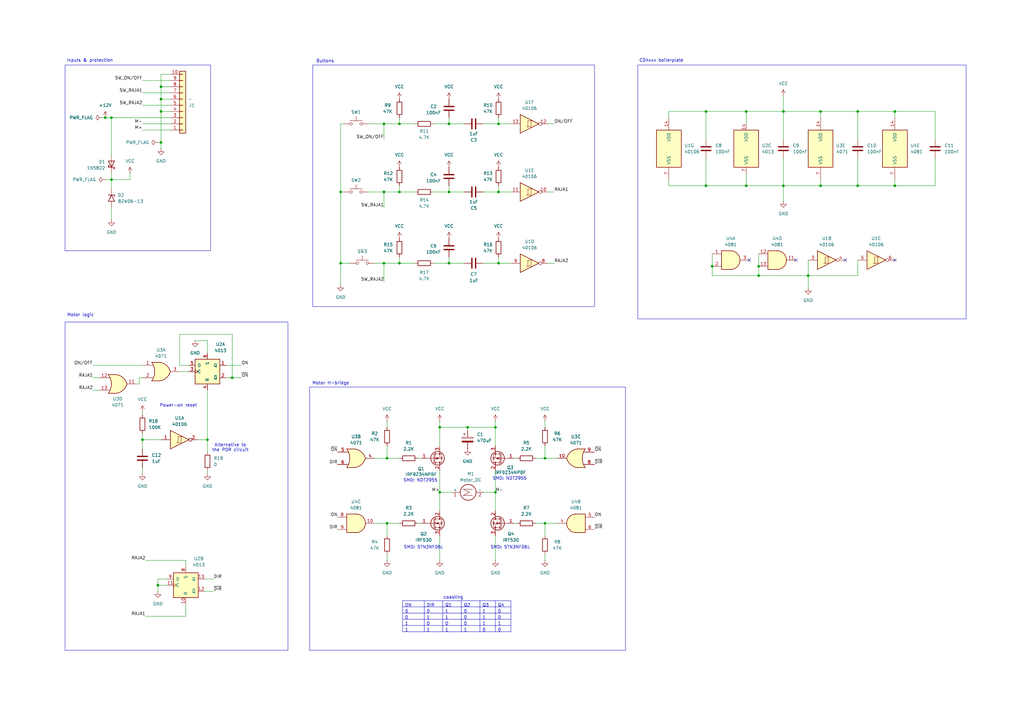
<source format=kicad_sch>
(kicad_sch (version 20250114) (generator "eeschema") (generator_version "9.0")
  (paper "A3")
  (title_block (title "Hirvi") (rev "v1") (comment 1 "Ostoskori 3: https://www.triopak.fi/k/7ec353aa") (comment 2 "Ostoskori 2: https://www.triopak.fi/k/7bb8fa3c") (comment 3 "Ostoskori 1: https://www.triopak.fi/k/126d39cf"))
  (rectangle (start 26.67 26.67) (end 86.36 102.87))
  (rectangle (start 127 158.75) (end 256.54 266.7))
  (rectangle (start 128.27 26.67) (end 243.84 125.73))
  (rectangle (start 261.62 26.67) (end 396.24 130.81))
  (rectangle (start 26.67 132.08) (end 118.11 266.7))
  (text "Motor H-bridge" (at 135.636 157.226 0) (effects (font (size 1.27 1.27))))
  (text "SMD: NDT2955" (at 172.466 197.104 0) (effects (font (size 1.27 1.27))))
  (text "SMD: NDT2955" (at 209.042 196.342 0) (effects (font (size 1.27 1.27))))
  (text "Buttons" (at 133.35 25.146 0) (effects (font (size 1.27 1.27))))
  (text "CD4xxx boilerplate" (at 271.272 24.892 0) (effects (font (size 1.27 1.27))))
  (text "Power-on reset" (at 73.152 166.37 0) (effects (font (size 1.27 1.27))))
  (text "coasting" (at 185.928 245.11 0) (effects (font (size 1.27 1.27))))
  (text "Inputs & protection" (at 36.83 24.892 0) (effects (font (size 1.27 1.27))))
  (text "SMD: STN3NF06L" (at 209.296 224.536 0) (effects (font (size 1.27 1.27))))
  (text "Alternative to\nthe POR circuit" (at 94.488 183.642 0) (effects (font (size 1.27 1.27))))
  (text "SMD: STN3NF06L" (at 173.736 224.536 0) (effects (font (size 1.27 1.27))))
  (text "Motor logic" (at 33.02 129.286 0) (effects (font (size 1.27 1.27))))
  (junction (at 163.83 50.8))
  (junction (at 66.04 40.64))
  (junction (at 64.77 240.03))
  (junction (at 203.2 201.93))
  (junction (at 43.18 48.26))
  (junction (at 367.03 76.2))
  (junction (at 321.31 45.72))
  (junction (at 66.04 45.72))
  (junction (at 158.75 187.96))
  (junction (at 292.1 109.22))
  (junction (at 367.03 45.72))
  (junction (at 311.15 113.03))
  (junction (at 66.04 35.56))
  (junction (at 336.55 45.72))
  (junction (at 184.15 50.8))
  (junction (at 204.47 107.95))
  (junction (at 158.75 214.63))
  (junction (at 191.77 175.26))
  (junction (at 289.56 45.72))
  (junction (at 58.42 180.34))
  (junction (at 163.83 78.74))
  (junction (at 184.15 78.74))
  (junction (at 204.47 78.74))
  (junction (at 139.7 107.95))
  (junction (at 95.25 154.94))
  (junction (at 223.52 187.96))
  (junction (at 184.15 107.95))
  (junction (at 139.7 78.74))
  (junction (at 336.55 76.2))
  (junction (at 85.09 180.34))
  (junction (at 223.52 214.63))
  (junction (at 306.07 76.2))
  (junction (at 331.47 113.03))
  (junction (at 45.72 48.26))
  (junction (at 203.2 175.26))
  (junction (at 321.31 76.2))
  (junction (at 180.34 201.93))
  (junction (at 180.34 175.26))
  (junction (at 66.04 58.42))
  (junction (at 204.47 50.8))
  (junction (at 157.48 107.95))
  (junction (at 351.79 45.72))
  (junction (at 311.15 109.22))
  (junction (at 163.83 107.95))
  (junction (at 157.48 78.74))
  (junction (at 306.07 45.72))
  (junction (at 45.72 73.66))
  (junction (at 289.56 76.2))
  (junction (at 157.48 50.8))
  (junction (at 351.79 76.2))
  (no_connect (at 307.34 106.68))
  (no_connect (at 367.03 106.68))
  (no_connect (at 346.71 106.68))
  (no_connect (at 326.39 106.68))
  (wire (pts (xy 383.54 57.15) (xy 383.54 45.72)))
  (wire (pts (xy 383.54 76.2) (xy 383.54 64.77)))
  (wire (pts (xy 163.83 107.95) (xy 170.18 107.95)))
  (wire (pts (xy 204.47 48.26) (xy 204.47 50.8)))
  (wire (pts (xy 204.47 105.41) (xy 204.47 107.95)))
  (wire (pts (xy 157.48 85.09) (xy 157.48 78.74)))
  (wire (pts (xy 321.31 76.2) (xy 321.31 82.55)))
  (wire (pts (xy 143.51 107.95) (xy 139.7 107.95)))
  (wire (pts (xy 203.2 193.04) (xy 203.2 201.93)))
  (wire (pts (xy 64.77 240.03) (xy 64.77 237.49)))
  (wire (pts (xy 158.75 172.72) (xy 158.75 175.26)))
  (wire (pts (xy 66.04 45.72) (xy 66.04 58.42)))
  (wire (pts (xy 219.71 214.63) (xy 223.52 214.63)))
  (wire (pts (xy 81.28 180.34) (xy 85.09 180.34)))
  (wire (pts (xy 289.56 57.15) (xy 289.56 45.72)))
  (wire (pts (xy 58.42 50.8) (xy 69.85 50.8)))
  (wire (pts (xy 331.47 113.03) (xy 311.15 113.03)))
  (wire (pts (xy 274.32 45.72) (xy 274.32 48.26)))
  (wire (pts (xy 311.15 104.14) (xy 311.15 109.22)))
  (wire (pts (xy 66.04 40.64) (xy 66.04 45.72)))
  (wire (pts (xy 157.48 50.8) (xy 163.83 50.8)))
  (wire (pts (xy 95.25 137.16) (xy 95.25 154.94)))
  (wire (pts (xy 58.42 33.02) (xy 69.85 33.02)))
  (wire (pts (xy 95.25 154.94) (xy 92.71 154.94)))
  (wire (pts (xy 83.82 237.49) (xy 87.63 237.49)))
  (wire (pts (xy 321.31 39.37) (xy 321.31 45.72)))
  (wire (pts (xy 306.07 76.2) (xy 321.31 76.2)))
  (wire (pts (xy 58.42 53.34) (xy 69.85 53.34)))
  (wire (pts (xy 163.83 50.8) (xy 170.18 50.8)))
  (wire (pts (xy 336.55 76.2) (xy 351.79 76.2)))
  (wire (pts (xy 219.71 187.96) (xy 223.52 187.96)))
  (wire (pts (xy 163.83 48.26) (xy 163.83 50.8)))
  (wire (pts (xy 95.25 154.94) (xy 99.06 154.94)))
  (wire (pts (xy 66.04 30.48) (xy 66.04 35.56)))
  (wire (pts (xy 223.52 214.63) (xy 228.6 214.63)))
  (wire (pts (xy 198.12 78.74) (xy 204.47 78.74)))
  (wire (pts (xy 66.04 35.56) (xy 69.85 35.56)))
  (wire (pts (xy 57.15 157.48) (xy 57.15 154.94)))
  (wire (pts (xy 43.18 73.66) (xy 45.72 73.66)))
  (wire (pts (xy 171.45 214.63) (xy 172.72 214.63)))
  (wire (pts (xy 38.1 160.02) (xy 40.64 160.02)))
  (wire (pts (xy 184.15 48.26) (xy 184.15 50.8)))
  (wire (pts (xy 64.77 58.42) (xy 66.04 58.42)))
  (wire (pts (xy 184.15 105.41) (xy 184.15 107.95)))
  (wire (pts (xy 351.79 113.03) (xy 351.79 106.68)))
  (wire (pts (xy 73.66 149.86) (xy 77.47 149.86)))
  (wire (pts (xy 198.12 50.8) (xy 204.47 50.8)))
  (wire (pts (xy 163.83 78.74) (xy 170.18 78.74)))
  (wire (pts (xy 158.75 182.88) (xy 158.75 187.96)))
  (wire (pts (xy 85.09 193.04) (xy 85.09 194.31)))
  (wire (pts (xy 180.34 175.26) (xy 180.34 182.88)))
  (wire (pts (xy 204.47 76.2) (xy 204.47 78.74)))
  (wire (pts (xy 223.52 214.63) (xy 223.52 219.71)))
  (wire (pts (xy 336.55 76.2) (xy 336.55 73.66)))
  (wire (pts (xy 66.04 30.48) (xy 69.85 30.48)))
  (wire (pts (xy 38.1 149.86) (xy 58.42 149.86)))
  (wire (pts (xy 55.88 157.48) (xy 57.15 157.48)))
  (wire (pts (xy 184.15 78.74) (xy 190.5 78.74)))
  (wire (pts (xy 289.56 76.2) (xy 306.07 76.2)))
  (wire (pts (xy 76.2 229.87) (xy 76.2 232.41)))
  (wire (pts (xy 158.75 214.63) (xy 163.83 214.63)))
  (wire (pts (xy 184.15 50.8) (xy 190.5 50.8)))
  (wire (pts (xy 38.1 154.94) (xy 40.64 154.94)))
  (wire (pts (xy 57.15 154.94) (xy 58.42 154.94)))
  (wire (pts (xy 191.77 175.26) (xy 203.2 175.26)))
  (wire (pts (xy 158.75 214.63) (xy 158.75 219.71)))
  (wire (pts (xy 351.79 64.77) (xy 351.79 76.2)))
  (wire (pts (xy 153.67 214.63) (xy 158.75 214.63)))
  (wire (pts (xy 45.72 73.66) (xy 45.72 71.12)))
  (wire (pts (xy 66.04 58.42) (xy 66.04 60.96)))
  (wire (pts (xy 212.09 214.63) (xy 210.82 214.63)))
  (wire (pts (xy 289.56 64.77) (xy 289.56 76.2)))
  (wire (pts (xy 58.42 177.8) (xy 58.42 180.34)))
  (wire (pts (xy 85.09 180.34) (xy 85.09 185.42)))
  (wire (pts (xy 139.7 50.8) (xy 139.7 78.74)))
  (wire (pts (xy 140.97 50.8) (xy 139.7 50.8)))
  (wire (pts (xy 210.82 187.96) (xy 212.09 187.96)))
  (wire (pts (xy 184.15 76.2) (xy 184.15 78.74)))
  (wire (pts (xy 45.72 48.26) (xy 45.72 63.5)))
  (wire (pts (xy 223.52 187.96) (xy 228.6 187.96)))
  (wire (pts (xy 180.34 201.93) (xy 185.42 201.93)))
  (wire (pts (xy 180.34 219.71) (xy 180.34 229.87)))
  (wire (pts (xy 180.34 175.26) (xy 191.77 175.26)))
  (wire (pts (xy 177.8 78.74) (xy 184.15 78.74)))
  (wire (pts (xy 331.47 113.03) (xy 331.47 118.11)))
  (wire (pts (xy 203.2 201.93) (xy 203.2 209.55)))
  (wire (pts (xy 45.72 48.26) (xy 69.85 48.26)))
  (wire (pts (xy 203.2 175.26) (xy 203.2 182.88)))
  (wire (pts (xy 292.1 109.22) (xy 292.1 113.03)))
  (wire (pts (xy 157.48 115.57) (xy 157.48 107.95)))
  (wire (pts (xy 53.34 73.66) (xy 45.72 73.66)))
  (wire (pts (xy 59.69 229.87) (xy 76.2 229.87)))
  (wire (pts (xy 58.42 43.18) (xy 69.85 43.18)))
  (wire (pts (xy 203.2 172.72) (xy 203.2 175.26)))
  (wire (pts (xy 59.69 252.73) (xy 76.2 252.73)))
  (wire (pts (xy 203.2 201.93) (xy 198.12 201.93)))
  (wire (pts (xy 83.82 242.57) (xy 87.63 242.57)))
  (wire (pts (xy 58.42 180.34) (xy 66.04 180.34)))
  (wire (pts (xy 184.15 107.95) (xy 190.5 107.95)))
  (wire (pts (xy 367.03 45.72) (xy 383.54 45.72)))
  (wire (pts (xy 58.42 194.31) (xy 58.42 191.77)))
  (wire (pts (xy 157.48 78.74) (xy 163.83 78.74)))
  (wire (pts (xy 157.48 107.95) (xy 153.67 107.95)))
  (wire (pts (xy 53.34 73.66) (xy 53.34 71.12)))
  (wire (pts (xy 151.13 50.8) (xy 157.48 50.8)))
  (wire (pts (xy 321.31 45.72) (xy 321.31 57.15)))
  (wire (pts (xy 306.07 45.72) (xy 321.31 45.72)))
  (wire (pts (xy 227.33 107.95) (xy 224.79 107.95)))
  (wire (pts (xy 223.52 182.88) (xy 223.52 187.96)))
  (wire (pts (xy 311.15 109.22) (xy 311.15 113.03)))
  (wire (pts (xy 367.03 73.66) (xy 367.03 76.2)))
  (wire (pts (xy 66.04 40.64) (xy 69.85 40.64)))
  (wire (pts (xy 157.48 107.95) (xy 163.83 107.95)))
  (wire (pts (xy 321.31 76.2) (xy 336.55 76.2)))
  (wire (pts (xy 66.04 45.72) (xy 69.85 45.72)))
  (wire (pts (xy 139.7 116.84) (xy 139.7 107.95)))
  (wire (pts (xy 204.47 107.95) (xy 209.55 107.95)))
  (wire (pts (xy 139.7 107.95) (xy 139.7 78.74)))
  (wire (pts (xy 163.83 76.2) (xy 163.83 78.74)))
  (wire (pts (xy 58.42 180.34) (xy 58.42 184.15)))
  (wire (pts (xy 64.77 242.57) (xy 64.77 240.03)))
  (wire (pts (xy 203.2 219.71) (xy 203.2 229.87)))
  (wire (pts (xy 73.66 152.4) (xy 77.47 152.4)))
  (wire (pts (xy 41.91 48.26) (xy 43.18 48.26)))
  (wire (pts (xy 43.18 48.26) (xy 45.72 48.26)))
  (wire (pts (xy 180.34 201.93) (xy 180.34 209.55)))
  (wire (pts (xy 85.09 160.02) (xy 85.09 180.34)))
  (wire (pts (xy 163.83 105.41) (xy 163.83 107.95)))
  (wire (pts (xy 223.52 172.72) (xy 223.52 175.26)))
  (wire (pts (xy 92.71 149.86) (xy 99.06 149.86)))
  (wire (pts (xy 58.42 168.91) (xy 58.42 170.18)))
  (wire (pts (xy 177.8 50.8) (xy 184.15 50.8)))
  (wire (pts (xy 158.75 187.96) (xy 153.67 187.96)))
  (wire (pts (xy 64.77 237.49) (xy 68.58 237.49)))
  (wire (pts (xy 180.34 193.04) (xy 180.34 201.93)))
  (wire (pts (xy 45.72 73.66) (xy 45.72 77.47)))
  (wire (pts (xy 351.79 45.72) (xy 351.79 57.15)))
  (wire (pts (xy 64.77 240.03) (xy 68.58 240.03)))
  (wire (pts (xy 227.33 50.8) (xy 224.79 50.8)))
  (wire (pts (xy 367.03 76.2) (xy 383.54 76.2)))
  (wire (pts (xy 73.66 137.16) (xy 95.25 137.16)))
  (wire (pts (xy 204.47 78.74) (xy 209.55 78.74)))
  (wire (pts (xy 321.31 64.77) (xy 321.31 76.2)))
  (wire (pts (xy 306.07 45.72) (xy 306.07 50.8)))
  (wire (pts (xy 171.45 187.96) (xy 172.72 187.96)))
  (wire (pts (xy 336.55 45.72) (xy 351.79 45.72)))
  (wire (pts (xy 85.09 139.7) (xy 80.01 139.7)))
  (wire (pts (xy 73.66 149.86) (xy 73.66 137.16)))
  (wire (pts (xy 274.32 45.72) (xy 289.56 45.72)))
  (wire (pts (xy 331.47 106.68) (xy 331.47 113.03)))
  (wire (pts (xy 351.79 76.2) (xy 367.03 76.2)))
  (wire (pts (xy 140.97 78.74) (xy 139.7 78.74)))
  (wire (pts (xy 58.42 38.1) (xy 69.85 38.1)))
  (wire (pts (xy 306.07 71.12) (xy 306.07 76.2)))
  (wire (pts (xy 223.52 227.33) (xy 223.52 229.87)))
  (wire (pts (xy 85.09 139.7) (xy 85.09 144.78)))
  (wire (pts (xy 157.48 78.74) (xy 151.13 78.74)))
  (wire (pts (xy 198.12 107.95) (xy 204.47 107.95)))
  (wire (pts (xy 351.79 45.72) (xy 367.03 45.72)))
  (wire (pts (xy 180.34 172.72) (xy 180.34 175.26)))
  (wire (pts (xy 289.56 45.72) (xy 306.07 45.72)))
  (wire (pts (xy 66.04 35.56) (xy 66.04 40.64)))
  (wire (pts (xy 311.15 113.03) (xy 292.1 113.03)))
  (wire (pts (xy 204.47 50.8) (xy 209.55 50.8)))
  (wire (pts (xy 367.03 45.72) (xy 367.03 48.26)))
  (wire (pts (xy 177.8 107.95) (xy 184.15 107.95)))
  (wire (pts (xy 45.72 85.09) (xy 45.72 90.17)))
  (wire (pts (xy 292.1 104.14) (xy 292.1 109.22)))
  (wire (pts (xy 274.32 73.66) (xy 274.32 76.2)))
  (wire (pts (xy 76.2 252.73) (xy 76.2 247.65)))
  (wire (pts (xy 157.48 50.8) (xy 157.48 57.15)))
  (wire (pts (xy 336.55 45.72) (xy 336.55 48.26)))
  (wire (pts (xy 158.75 187.96) (xy 163.83 187.96)))
  (wire (pts (xy 331.47 113.03) (xy 351.79 113.03)))
  (wire (pts (xy 224.79 78.74) (xy 227.33 78.74)))
  (wire (pts (xy 191.77 176.53) (xy 191.77 175.26)))
  (wire (pts (xy 274.32 76.2) (xy 289.56 76.2)))
  (wire (pts (xy 321.31 45.72) (xy 336.55 45.72)))
  (wire (pts (xy 158.75 229.87) (xy 158.75 227.33)))
  (table (column_count 6) (border (external yes) (header yes)) (separators (rows yes) (cols yes)) (column_widths 8.89 7.62 7.62 7.62 6.35 6.35) (row_heights 2.54 2.54 2.54 2.54 2.54) (cells (table_cell "ON" (at 165.1 246.38 0) (size 8.89 2.54) (margins 0.9525 0.9525 0.9525 0.9525) (span 1 1)) (table_cell "DIR" (at 173.99 246.38 0) (size 7.62 2.54) (margins 0.9525 0.9525 0.9525 0.9525) (span 1 1)) (table_cell "Q1" (at 181.61 246.38 0) (size 7.62 2.54) (margins 0.9525 0.9525 0.9525 0.9525) (span 1 1)) (table_cell "Q2" (at 189.23 246.38 0) (size 7.62 2.54) (margins 0.9525 0.9525 0.9525 0.9525) (span 1 1)) (table_cell "Q3" (at 196.85 246.38 0) (size 6.35 2.54) (margins 0.9525 0.9525 0.9525 0.9525) (span 1 1)) (table_cell "Q4" (at 203.2 246.38 0) (size 6.35 2.54) (margins 0.9525 0.9525 0.9525 0.9525) (span 1 1)) (table_cell "0" (at 165.1 248.92 0) (size 8.89 2.54) (margins 0.9525 0.9525 0.9525 0.9525) (span 1 1)) (table_cell "0" (at 173.99 248.92 0) (size 7.62 2.54) (margins 0.9525 0.9525 0.9525 0.9525) (span 1 1)) (table_cell "1" (at 181.61 248.92 0) (size 7.62 2.54) (margins 0.9525 0.9525 0.9525 0.9525) (span 1 1)) (table_cell "0" (at 189.23 248.92 0) (size 7.62 2.54) (margins 0.9525 0.9525 0.9525 0.9525) (span 1 1)) (table_cell "1" (at 196.85 248.92 0) (size 6.35 2.54) (margins 0.9525 0.9525 0.9525 0.9525) (span 1 1)) (table_cell "0" (at 203.2 248.92 0) (size 6.35 2.54) (margins 0.9525 0.9525 0.9525 0.9525) (span 1 1)) (table_cell "0" (at 165.1 251.46 0) (size 8.89 2.54) (margins 0.9525 0.9525 0.9525 0.9525) (span 1 1)) (table_cell "1" (at 173.99 251.46 0) (size 7.62 2.54) (margins 0.9525 0.9525 0.9525 0.9525) (span 1 1)) (table_cell "1" (at 181.61 251.46 0) (size 7.62 2.54) (margins 0.9525 0.9525 0.9525 0.9525) (span 1 1)) (table_cell "0" (at 189.23 251.46 0) (size 7.62 2.54) (margins 0.9525 0.9525 0.9525 0.9525) (span 1 1)) (table_cell "1" (at 196.85 251.46 0) (size 6.35 2.54) (margins 0.9525 0.9525 0.9525 0.9525) (span 1 1)) (table_cell "0" (at 203.2 251.46 0) (size 6.35 2.54) (margins 0.9525 0.9525 0.9525 0.9525) (span 1 1)) (table_cell "1" (at 165.1 254 0) (size 8.89 2.54) (margins 0.9525 0.9525 0.9525 0.9525) (span 1 1)) (table_cell "0" (at 173.99 254 0) (size 7.62 2.54) (margins 0.9525 0.9525 0.9525 0.9525) (span 1 1)) (table_cell "0" (at 181.61 254 0) (size 7.62 2.54) (margins 0.9525 0.9525 0.9525 0.9525) (span 1 1)) (table_cell "0" (at 189.23 254 0) (size 7.62 2.54) (margins 0.9525 0.9525 0.9525 0.9525) (span 1 1)) (table_cell "1" (at 196.85 254 0) (size 6.35 2.54) (margins 0.9525 0.9525 0.9525 0.9525) (span 1 1)) (table_cell "1" (at 203.2 254 0) (size 6.35 2.54) (margins 0.9525 0.9525 0.9525 0.9525) (span 1 1)) (table_cell "1" (at 165.1 256.54 0) (size 8.89 2.54) (margins 0.9525 0.9525 0.9525 0.9525) (span 1 1)) (table_cell "1" (at 173.99 256.54 0) (size 7.62 2.54) (margins 0.9525 0.9525 0.9525 0.9525) (span 1 1)) (table_cell "1" (at 181.61 256.54 0) (size 7.62 2.54) (margins 0.9525 0.9525 0.9525 0.9525) (span 1 1)) (table_cell "1" (at 189.23 256.54 0) (size 7.62 2.54) (margins 0.9525 0.9525 0.9525 0.9525) (span 1 1)) (table_cell "0" (at 196.85 256.54 0) (size 6.35 2.54) (margins 0.9525 0.9525 0.9525 0.9525) (span 1 1)) (table_cell "0" (at 203.2 256.54 0) (size 6.35 2.54) (margins 0.9525 0.9525 0.9525 0.9525) (span 1 1))))
  (label "SW_RAJA2" (at 157.48 115.57 180))
  (label "SW_ON{slash}OFF" (at 157.48 57.15 180))
  (label "ON" (at 243.84 212.09 0))
  (label "~{DIR}" (at 87.63 242.57 0))
  (label "ON" (at 138.43 212.09 180))
  (label "SW_RAJA2" (at 58.42 43.18 180))
  (label "RAJA2" (at 227.33 107.95 0))
  (label "M-" (at 203.2 201.93 0))
  (label "~{DIR}" (at 243.84 217.17 0))
  (label "RAJA1" (at 59.69 252.73 180))
  (label "~{DIR}" (at 243.84 190.5 0))
  (label "DIR" (at 138.43 190.5 180))
  (label "RAJA2" (at 38.1 160.02 180))
  (label "RAJA1" (at 38.1 154.94 180))
  (label "SW_RAJA1" (at 58.42 38.1 180))
  (label "DIR" (at 138.43 217.17 180))
  (label "ON{slash}OFF" (at 227.33 50.8 0))
  (label "M+" (at 180.34 201.93 180))
  (label "DIR" (at 87.63 237.49 0))
  (label "~{ON}" (at 138.43 185.42 180))
  (label "SW_RAJA1" (at 157.48 85.09 180))
  (label "ON{slash}OFF" (at 38.1 149.86 180))
  (label "~{ON}" (at 243.84 185.42 0))
  (label "ON" (at 99.06 149.86 0))
  (label "~{ON}" (at 99.06 154.94 0))
  (label "M+" (at 58.42 53.34 180))
  (label "SW_ON{slash}OFF" (at 58.42 33.02 180))
  (label "RAJA1" (at 227.33 78.74 0))
  (label "M-" (at 58.42 50.8 180))
  (label "RAJA2" (at 59.69 229.87 180))
  (symbol (lib_id "4xxx:40106") (at 217.17 78.74 0) (unit 5)
    (property "Reference" "U1" (at 217.17 69.85 0))
    (property "Value" "40106" (at 217.17 72.39 0))
    (property "Footprint" "Package_DIP:DIP-14_W7.62mm" (effects (hide yes)))
    (property "Datasheet" "https://assets.nexperia.com/documents/data-sheet/HEF40106B.pdf" (effects (hide yes)))
    (property "Description" "Hex Schmitt trigger inverter" (effects (hide yes)))
  )
  (symbol (lib_id "4xxx:4081") (at 367.03 60.96 0) (unit 5)
    (property "Reference" "U4" (at 373.38 59.6899 0) (effects (justify left)))
    (property "Value" "4081" (at 373.38 62.2299 0) (effects (justify left)))
    (property "Footprint" "Package_DIP:DIP-14_W7.62mm" (effects (hide yes)))
    (property "Datasheet" "http://www.intersil.com/content/dam/Intersil/documents/cd40/cd4073bms-81bms-82bms.pdf" (effects (hide yes)))
    (property "Description" "Quad And 2 inputs" (effects (hide yes)))
  )
  (symbol (lib_id "power:GND") (at 158.75 229.87 0) (unit 1)
    (property "Reference" "#PWR011" (effects (hide yes)))
    (property "Value" "GND" (at 158.75 234.95 0))
    (property "Description" "Power symbol creates a global label with name \"GND\" , ground" (effects (hide yes)))
  )
  (symbol (lib_id "4xxx:4081") (at 299.72 106.68 0) (unit 1)
    (property "Reference" "U4" (at 299.7117 97.79 0))
    (property "Value" "4081" (at 299.7117 100.33 0))
    (property "Footprint" "Package_DIP:DIP-14_W7.62mm" (effects (hide yes)))
    (property "Datasheet" "http://www.intersil.com/content/dam/Intersil/documents/cd40/cd4073bms-81bms-82bms.pdf" (effects (hide yes)))
    (property "Description" "Quad And 2 inputs" (effects (hide yes)))
  )
  (symbol (lib_id "Device:C") (at 184.15 44.45 0) (mirror x) (unit 1)
    (property "Reference" "C2" (at 177.8 43.688 0))
    (property "Value" "100nF" (at 177.8 46.228 0))
    (property "Footprint" "Capacitor_SMD:C_0805_2012Metric" (effects (hide yes)))
    (property "Description" "Unpolarized capacitor" (effects (hide yes)))
  )
  (symbol (lib_id "power:VCC") (at 203.2 172.72 0) (unit 1)
    (property "Reference" "#PWR021" (effects (hide yes)))
    (property "Value" "VCC" (at 203.2 167.64 0))
    (property "Description" "Power symbol creates a global label with name \"VCC\"" (effects (hide yes)))
  )
  (symbol (lib_id "Device:R") (at 85.09 189.23 0) (unit 1)
    (property "Reference" "R19" (at 87.63 187.9599 0) (effects (justify left)))
    (property "Value" "0" (at 87.63 190.4999 0) (effects (justify left)))
    (property "Footprint" "Resistor_SMD:R_0603_1608Metric" (effects (hide yes)))
    (property "Description" "Resistor" (effects (hide yes)))
  )
  (symbol (lib_id "power:VCC") (at 204.47 68.58 0) (unit 1)
    (property "Reference" "#PWR0109" (effects (hide yes)))
    (property "Value" "VCC" (at 204.47 63.5 0))
    (property "Description" "Power symbol creates a global label with name \"VCC\"" (effects (hide yes)))
  )
  (symbol (lib_id "4xxx:4071") (at 66.04 152.4 0) (unit 1)
    (property "Reference" "U3" (at 66.04 143.51 0))
    (property "Value" "4071" (at 66.04 146.05 0))
    (property "Footprint" "Package_DIP:DIP-14_W7.62mm" (effects (hide yes)))
    (property "Datasheet" "http://www.intersil.com/content/dam/Intersil/documents/cd40/cd4071bms-72bms-75bms.pdf" (effects (hide yes)))
    (property "Description" "Quad Or 2 inputs" (effects (hide yes)))
  )
  (symbol (lib_id "power:VCC") (at 158.75 172.72 0) (unit 1)
    (property "Reference" "#PWR010" (effects (hide yes)))
    (property "Value" "VCC" (at 158.75 167.64 0))
    (property "Description" "Power symbol creates a global label with name \"VCC\"" (effects (hide yes)))
  )
  (symbol (lib_id "Device:R") (at 204.47 72.39 0) (mirror y) (unit 1)
    (property "Reference" "R13" (at 200.152 71.12 0))
    (property "Value" "47K" (at 200.152 73.66 0))
    (property "Footprint" "Resistor_SMD:R_0805_2012Metric" (effects (hide yes)))
    (property "Description" "Resistor" (effects (hide yes)))
  )
  (symbol (lib_id "power:GND") (at 66.04 60.96 0) (unit 1)
    (property "Reference" "#PWR07" (effects (hide yes)))
    (property "Value" "GND" (at 66.04 66.04 0))
    (property "Description" "Power symbol creates a global label with name \"GND\" , ground" (effects (hide yes)))
  )
  (symbol (lib_id "power:VCC") (at 204.47 40.64 0) (unit 1)
    (property "Reference" "#PWR0108" (effects (hide yes)))
    (property "Value" "VCC" (at 204.47 35.56 0))
    (property "Description" "Power symbol creates a global label with name \"VCC\"" (effects (hide yes)))
  )
  (symbol (lib_id "4xxx:40106") (at 217.17 50.8 0) (unit 6)
    (property "Reference" "U1" (at 217.17 41.91 0))
    (property "Value" "40106" (at 217.17 44.45 0))
    (property "Footprint" "Package_DIP:DIP-14_W7.62mm" (effects (hide yes)))
    (property "Datasheet" "https://assets.nexperia.com/documents/data-sheet/HEF40106B.pdf" (effects (hide yes)))
    (property "Description" "Hex Schmitt trigger inverter" (effects (hide yes)))
  )
  (symbol (lib_id "Device:R") (at 167.64 187.96 270) (mirror x) (unit 1)
    (property "Reference" "R1" (at 167.64 181.61 90))
    (property "Value" "2.2K" (at 167.64 184.15 90))
    (property "Footprint" "Resistor_SMD:R_0805_2012Metric" (effects (hide yes)))
    (property "Description" "Resistor" (effects (hide yes)))
  )
  (symbol (lib_id "power:GND") (at 45.72 90.17 0) (unit 1)
    (property "Reference" "#PWR02" (effects (hide yes)))
    (property "Value" "GND" (at 45.72 95.25 0))
    (property "Description" "Power symbol creates a global label with name \"GND\" , ground" (effects (hide yes)))
  )
  (symbol (lib_id "Transistor_FET:Q_NMOS_GDS") (at 205.74 214.63 0) (mirror y) (unit 1)
    (property "Reference" "Q4" (at 209.55 218.948 0))
    (property "Value" "IRF530" (at 209.55 221.488 0))
    (property "Footprint" "Package_TO_SOT_THT:TO-220-3_Horizontal_TabDown" (effects (hide yes)))
    (property "Description" "N-MOSFET transistor, gate/drain/source" (effects (hide yes)))
  )
  (symbol (lib_id "power:VCC") (at 163.83 97.79 0) (unit 1)
    (property "Reference" "#PWR0104" (effects (hide yes)))
    (property "Value" "VCC" (at 163.83 92.71 0))
    (property "Description" "Power symbol creates a global label with name \"VCC\"" (effects (hide yes)))
  )
  (symbol (lib_id "Device:C") (at 351.79 60.96 0) (unit 1)
    (property "Reference" "C10" (at 355.6 59.6899 0) (effects (justify left)))
    (property "Value" "100nF" (at 355.6 62.2299 0) (effects (justify left)))
    (property "Footprint" "Capacitor_SMD:C_0805_2012Metric" (effects (hide yes)))
    (property "Description" "Unpolarized capacitor" (effects (hide yes)))
  )
  (symbol (lib_id "power:VCC") (at 184.15 97.79 0) (unit 1)
    (property "Reference" "#PWR0103" (effects (hide yes)))
    (property "Value" "VCC" (at 184.15 92.71 0))
    (property "Description" "Power symbol creates a global label with name \"VCC\"" (effects (hide yes)))
  )
  (symbol (lib_id "Device:C") (at 194.31 78.74 90) (mirror x) (unit 1)
    (property "Reference" "C5" (at 194.31 85.344 90))
    (property "Value" "1uF" (at 194.31 82.804 90))
    (property "Footprint" "Capacitor_SMD:C_0805_2012Metric" (effects (hide yes)))
    (property "Description" "Unpolarized capacitor" (effects (hide yes)))
  )
  (symbol (lib_id "Device:C") (at 58.42 187.96 0) (unit 1)
    (property "Reference" "C12" (at 62.23 186.6899 0) (effects (justify left)))
    (property "Value" "1uF" (at 62.23 189.2299 0) (effects (justify left)))
    (property "Footprint" "Capacitor_SMD:C_0805_2012Metric" (effects (hide yes)))
    (property "Description" "Unpolarized capacitor" (effects (hide yes)))
  )
  (symbol (lib_id "power:VCC") (at 58.42 168.91 0) (unit 1)
    (property "Reference" "#PWR03" (effects (hide yes)))
    (property "Value" "VCC" (at 58.42 163.83 0))
    (property "Description" "Power symbol creates a global label with name \"VCC\"" (effects (hide yes)))
  )
  (symbol (lib_id "power:VCC") (at 321.31 39.37 0) (unit 1)
    (property "Reference" "#PWR028" (effects (hide yes)))
    (property "Value" "VCC" (at 321.31 34.29 0))
    (property "Description" "Power symbol creates a global label with name \"VCC\"" (effects (hide yes)))
  )
  (symbol (lib_id "Device:R") (at 163.83 72.39 0) (mirror x) (unit 1)
    (property "Reference" "R12" (at 159.258 71.12 0))
    (property "Value" "47K" (at 159.258 73.66 0))
    (property "Footprint" "Resistor_SMD:R_0805_2012Metric" (effects (hide yes)))
    (property "Description" "Resistor" (effects (hide yes)))
  )
  (symbol (lib_id "4xxx:40106") (at 73.66 180.34 0) (unit 1)
    (property "Reference" "U1" (at 73.66 171.45 0))
    (property "Value" "40106" (at 73.66 173.99 0))
    (property "Footprint" "Package_DIP:DIP-14_W7.62mm" (effects (hide yes)))
    (property "Datasheet" "https://assets.nexperia.com/documents/data-sheet/HEF40106B.pdf" (effects (hide yes)))
    (property "Description" "Hex Schmitt trigger inverter" (effects (hide yes)))
  )
  (symbol (lib_id "Motor:Motor_DC") (at 190.5 201.93 90) (unit 1) (on_board no)
    (property "Reference" "M1" (at 193.04 194.31 90))
    (property "Value" "Motor_DC" (at 193.04 196.85 90))
    (property "Description" "DC Motor" (effects (hide yes)))
  )
  (symbol (lib_id "power:VCC") (at 204.47 97.79 0) (unit 1)
    (property "Reference" "#PWR0102" (effects (hide yes)))
    (property "Value" "VCC" (at 204.47 92.71 0))
    (property "Description" "Power symbol creates a global label with name \"VCC\"" (effects (hide yes)))
  )
  (symbol (lib_id "4xxx:4081") (at 236.22 214.63 0) (mirror y) (unit 2)
    (property "Reference" "U4" (at 236.2283 205.74 0))
    (property "Value" "4081" (at 236.2283 208.28 0))
    (property "Footprint" "Package_DIP:DIP-14_W7.62mm" (effects (hide yes)))
    (property "Datasheet" "http://www.intersil.com/content/dam/Intersil/documents/cd40/cd4073bms-81bms-82bms.pdf" (effects (hide yes)))
    (property "Description" "Quad And 2 inputs" (effects (hide yes)))
  )
  (symbol (lib_id "Device:C") (at 289.56 60.96 0) (unit 1)
    (property "Reference" "C8" (at 293.37 59.6899 0) (effects (justify left)))
    (property "Value" "100nF" (at 293.37 62.2299 0) (effects (justify left)))
    (property "Footprint" "Capacitor_SMD:C_0805_2012Metric" (effects (hide yes)))
    (property "Description" "Unpolarized capacitor" (effects (hide yes)))
  )
  (symbol (lib_id "Device:R") (at 58.42 173.99 0) (unit 1)
    (property "Reference" "R18" (at 60.96 172.7199 0) (effects (justify left)))
    (property "Value" "100K" (at 60.96 175.2599 0) (effects (justify left)))
    (property "Footprint" "Resistor_SMD:R_0805_2012Metric" (effects (hide yes)))
    (property "Description" "Resistor" (effects (hide yes)))
  )
  (symbol (lib_id "Device:R") (at 215.9 187.96 270) (mirror x) (unit 1)
    (property "Reference" "R5" (at 215.9 181.61 90))
    (property "Value" "2.2K" (at 215.9 184.15 90))
    (property "Footprint" "Resistor_SMD:R_0805_2012Metric" (effects (hide yes)))
    (property "Description" "Resistor" (effects (hide yes)))
  )
  (symbol (lib_id "power:GND") (at 321.31 82.55 0) (unit 1)
    (property "Reference" "#PWR029" (effects (hide yes)))
    (property "Value" "GND" (at 321.31 87.63 0))
    (property "Description" "Power symbol creates a global label with name \"GND\" , ground" (effects (hide yes)))
  )
  (symbol (lib_id "power:GND") (at 331.47 118.11 0) (unit 1)
    (property "Reference" "#PWR030" (effects (hide yes)))
    (property "Value" "GND" (at 331.47 123.19 0))
    (property "Description" "Power symbol creates a global label with name \"GND\" , ground" (effects (hide yes)))
  )
  (symbol (lib_id "Device:R") (at 223.52 179.07 0) (mirror y) (unit 1)
    (property "Reference" "R6" (at 228.6 177.8 0))
    (property "Value" "47K" (at 228.6 180.34 0))
    (property "Footprint" "Resistor_SMD:R_0805_2012Metric" (effects (hide yes)))
    (property "Description" "Resistor" (effects (hide yes)))
  )
  (symbol (lib_id "Device:R") (at 163.83 101.6 0) (mirror x) (unit 1)
    (property "Reference" "R15" (at 159.258 100.33 0))
    (property "Value" "47K" (at 159.258 102.87 0))
    (property "Footprint" "Resistor_SMD:R_0805_2012Metric" (effects (hide yes)))
    (property "Description" "Resistor" (effects (hide yes)))
  )
  (symbol (lib_id "Device:R") (at 163.83 44.45 0) (mirror x) (unit 1)
    (property "Reference" "R9" (at 159.004 43.18 0))
    (property "Value" "47K" (at 159.004 45.72 0))
    (property "Footprint" "Resistor_SMD:R_0805_2012Metric" (effects (hide yes)))
    (property "Description" "Resistor" (effects (hide yes)))
  )
  (symbol (lib_id "power:+12V") (at 43.18 48.26 0) (unit 1)
    (property "Reference" "#PWR01" (effects (hide yes)))
    (property "Value" "+12V" (at 43.18 43.18 0))
    (property "Description" "Power symbol creates a global label with name \"+12V\"" (effects (hide yes)))
  )
  (symbol (lib_id "Device:C") (at 184.15 72.39 0) (mirror x) (unit 1)
    (property "Reference" "C4" (at 177.8 71.628 0))
    (property "Value" "100nF" (at 177.8 74.168 0))
    (property "Footprint" "Capacitor_SMD:C_0805_2012Metric" (effects (hide yes)))
    (property "Description" "Unpolarized capacitor" (effects (hide yes)))
  )
  (symbol (lib_id "power:PWR_FLAG") (at 43.18 73.66 90) (unit 1)
    (property "Reference" "#FLG02" (effects (hide yes)))
    (property "Value" "PWR_FLAG" (at 39.37 73.6599 90) (effects (justify left)))
    (property "Description" "Special symbol for telling ERC where power comes from" (effects (hide yes)))
  )
  (symbol (lib_id "Device:R") (at 204.47 101.6 0) (mirror y) (unit 1)
    (property "Reference" "R16" (at 200.152 100.33 0))
    (property "Value" "47K" (at 200.152 102.87 0))
    (property "Footprint" "Resistor_SMD:R_0805_2012Metric" (effects (hide yes)))
    (property "Description" "Resistor" (effects (hide yes)))
  )
  (symbol (lib_id "power:GND") (at 191.77 184.15 0) (unit 1)
    (property "Reference" "#PWR020" (effects (hide yes)))
    (property "Value" "GND" (at 191.77 189.23 0))
    (property "Description" "Power symbol creates a global label with name \"GND\" , ground" (effects (hide yes)))
  )
  (symbol (lib_id "Connector_Generic:Conn_01x10") (at 74.93 43.18 0) (mirror x) (unit 1)
    (property "Reference" "J1" (at 77.47 43.1801 0) (effects (justify left)))
    (property "Value" "~" (at 77.47 40.6401 0) (effects (justify left)))
    (property "Footprint" "akheron:TB003-500-P10BE" (effects (hide yes)))
    (property "Description" "Generic connector, single row, 01x10, script generated (kicad-library-utils/schlib/autogen/connector/)" (effects (hide yes)))
  )
  (symbol (lib_id "4xxx:4071") (at 336.55 60.96 0) (unit 5)
    (property "Reference" "U3" (at 342.9 59.6899 0) (effects (justify left)))
    (property "Value" "4071" (at 342.9 62.2299 0) (effects (justify left)))
    (property "Footprint" "Package_DIP:DIP-14_W7.62mm" (effects (hide yes)))
    (property "Datasheet" "http://www.intersil.com/content/dam/Intersil/documents/cd40/cd4071bms-72bms-75bms.pdf" (effects (hide yes)))
    (property "Description" "Quad Or 2 inputs" (effects (hide yes)))
  )
  (symbol (lib_id "Device:R") (at 158.75 179.07 0) (mirror x) (unit 1)
    (property "Reference" "R2" (at 153.67 177.8 0))
    (property "Value" "47K" (at 153.67 180.34 0))
    (property "Footprint" "Resistor_SMD:R_0805_2012Metric" (effects (hide yes)))
    (property "Description" "Resistor" (effects (hide yes)))
  )
  (symbol (lib_id "4xxx:4071") (at 146.05 187.96 0) (unit 2)
    (property "Reference" "U3" (at 146.05 179.07 0))
    (property "Value" "4071" (at 146.05 181.61 0))
    (property "Footprint" "Package_DIP:DIP-14_W7.62mm" (effects (hide yes)))
    (property "Datasheet" "http://www.intersil.com/content/dam/Intersil/documents/cd40/cd4071bms-72bms-75bms.pdf" (effects (hide yes)))
    (property "Description" "Quad Or 2 inputs" (effects (hide yes)))
  )
  (symbol (lib_id "power:GND") (at 80.01 139.7 0) (unit 1)
    (property "Reference" "#PWR08" (effects (hide yes)))
    (property "Value" "GND" (at 80.01 144.78 0))
    (property "Description" "Power symbol creates a global label with name \"GND\" , ground" (effects (hide yes)))
  )
  (symbol (lib_id "4xxx:40106") (at 274.32 60.96 0) (unit 7)
    (property "Reference" "U1" (at 280.67 59.6899 0) (effects (justify left)))
    (property "Value" "40106" (at 280.67 62.2299 0) (effects (justify left)))
    (property "Footprint" "Package_DIP:DIP-14_W7.62mm" (effects (hide yes)))
    (property "Datasheet" "https://assets.nexperia.com/documents/data-sheet/HEF40106B.pdf" (effects (hide yes)))
    (property "Description" "Hex Schmitt trigger inverter" (effects (hide yes)))
  )
  (symbol (lib_id "Device:R") (at 158.75 223.52 0) (mirror x) (unit 1)
    (property "Reference" "R4" (at 153.67 222.25 0))
    (property "Value" "47K" (at 153.67 224.79 0))
    (property "Footprint" "Resistor_SMD:R_0805_2012Metric" (effects (hide yes)))
    (property "Description" "Resistor" (effects (hide yes)))
  )
  (symbol (lib_id "Device:R") (at 173.99 78.74 90) (mirror x) (unit 1)
    (property "Reference" "R14" (at 173.99 82.042 90))
    (property "Value" "4.7K" (at 173.99 84.582 90))
    (property "Footprint" "Resistor_SMD:R_0805_2012Metric" (effects (hide yes)))
    (property "Description" "Resistor" (effects (hide yes)))
  )
  (symbol (lib_id "power:GND") (at 223.52 229.87 0) (unit 1)
    (property "Reference" "#PWR027" (effects (hide yes)))
    (property "Value" "GND" (at 223.52 234.95 0))
    (property "Description" "Power symbol creates a global label with name \"GND\" , ground" (effects (hide yes)))
  )
  (symbol (lib_id "power:VCC") (at 163.83 40.64 0) (unit 1)
    (property "Reference" "#PWR0106" (effects (hide yes)))
    (property "Value" "VCC" (at 163.83 35.56 0))
    (property "Description" "Power symbol creates a global label with name \"VCC\"" (effects (hide yes)))
  )
  (symbol (lib_id "Device:C") (at 321.31 60.96 0) (unit 1)
    (property "Reference" "C9" (at 325.12 59.6899 0) (effects (justify left)))
    (property "Value" "100nF" (at 325.12 62.2299 0) (effects (justify left)))
    (property "Footprint" "Capacitor_SMD:C_0805_2012Metric" (effects (hide yes)))
    (property "Description" "Unpolarized capacitor" (effects (hide yes)))
  )
  (symbol (lib_id "power:GND") (at 203.2 229.87 0) (unit 1)
    (property "Reference" "#PWR022" (effects (hide yes)))
    (property "Value" "GND" (at 203.2 234.95 0))
    (property "Description" "Power symbol creates a global label with name \"GND\" , ground" (effects (hide yes)))
  )
  (symbol (lib_id "power:GND") (at 139.7 116.84 0) (unit 1)
    (property "Reference" "#PWR0101" (effects (hide yes)))
    (property "Value" "GND" (at 139.7 121.92 0))
    (property "Description" "Power symbol creates a global label with name \"GND\" , ground" (effects (hide yes)))
  )
  (symbol (lib_id "Transistor_FET:Q_NMOS_GDS") (at 177.8 214.63 0) (unit 1)
    (property "Reference" "Q2" (at 173.736 218.948 0))
    (property "Value" "IRF530" (at 173.736 221.488 0))
    (property "Footprint" "Package_TO_SOT_THT:TO-220-3_Horizontal_TabDown" (effects (hide yes)))
    (property "Description" "N-MOSFET transistor, gate/drain/source" (effects (hide yes)))
  )
  (symbol (lib_id "Device:C") (at 184.15 101.6 0) (mirror x) (unit 1)
    (property "Reference" "C6" (at 177.8 100.838 0))
    (property "Value" "100nF" (at 177.8 103.378 0))
    (property "Footprint" "Capacitor_SMD:C_0805_2012Metric" (effects (hide yes)))
    (property "Description" "Unpolarized capacitor" (effects (hide yes)))
  )
  (symbol (lib_id "Device:C") (at 194.31 107.95 90) (mirror x) (unit 1)
    (property "Reference" "C7" (at 194.31 112.522 90))
    (property "Value" "1uF" (at 194.31 115.062 90))
    (property "Footprint" "Capacitor_SMD:C_0805_2012Metric" (effects (hide yes)))
    (property "Description" "Unpolarized capacitor" (effects (hide yes)))
  )
  (symbol (lib_id "Transistor_FET:Q_PMOS_GDS") (at 177.8 187.96 0) (mirror x) (unit 1)
    (property "Reference" "Q1" (at 172.72 192.278 0))
    (property "Value" "IRF9Z34NPBF" (at 172.72 194.564 0))
    (property "Footprint" "Package_TO_SOT_THT:TO-220-3_Horizontal_TabDown" (effects (hide yes)))
    (property "Description" "P-MOSFET transistor, gate/drain/source" (effects (hide yes)))
  )
  (symbol (lib_id "Switch:SW_Push") (at 146.05 50.8 0) (unit 1) (on_board no)
    (property "Reference" "SW1" (at 146.05 45.974 0))
    (property "Value" "~" (at 146.05 45.72 0))
    (property "Description" "Push button switch, generic, two pins" (effects (hide yes)))
  )
  (symbol (lib_id "power:VCC") (at 163.83 68.58 0) (unit 1)
    (property "Reference" "#PWR0105" (effects (hide yes)))
    (property "Value" "VCC" (at 163.83 63.5 0))
    (property "Description" "Power symbol creates a global label with name \"VCC\"" (effects (hide yes)))
  )
  (symbol (lib_id "4xxx:4071") (at 236.22 187.96 180) (unit 3)
    (property "Reference" "U3" (at 236.22 179.07 0))
    (property "Value" "4071" (at 236.22 181.61 0))
    (property "Footprint" "Package_DIP:DIP-14_W7.62mm" (effects (hide yes)))
    (property "Datasheet" "http://www.intersil.com/content/dam/Intersil/documents/cd40/cd4071bms-72bms-75bms.pdf" (effects (hide yes)))
    (property "Description" "Quad Or 2 inputs" (effects (hide yes)))
  )
  (symbol (lib_id "Diode:SMAJ15A") (at 45.72 81.28 270) (unit 1)
    (property "Reference" "D2" (at 48.26 80.0099 90) (effects (justify left)))
    (property "Value" "BZW06-13" (at 48.26 82.5499 90) (effects (justify left)))
    (property "Footprint" "Diode_THT:D_DO-15_P12.70mm_Horizontal" (effects (hide yes)))
    (property "Datasheet" "https://www.littelfuse.com/media?resourcetype=datasheets&itemid=75e32973-b177-4ee3-a0ff-cedaf1abdb93&filename=smaj-datasheet" (effects (hide yes)))
    (property "Description" "400W unidirectional Transient Voltage Suppressor, 15.0Vr, SMA(DO-214AC)" (effects (hide yes)))
  )
  (symbol (lib_id "Device:C") (at 383.54 60.96 0) (unit 1)
    (property "Reference" "C11" (at 387.35 59.6899 0) (effects (justify left)))
    (property "Value" "100nF" (at 387.35 62.2299 0) (effects (justify left)))
    (property "Footprint" "Capacitor_SMD:C_0805_2012Metric" (effects (hide yes)))
    (property "Description" "Unpolarized capacitor" (effects (hide yes)))
  )
  (symbol (lib_id "Switch:SW_Push") (at 146.05 78.74 0) (unit 1) (on_board no)
    (property "Reference" "SW2" (at 146.05 73.914 0))
    (property "Value" "~" (at 146.05 73.66 0))
    (property "Description" "Push button switch, generic, two pins" (effects (hide yes)))
  )
  (symbol (lib_id "Device:R") (at 223.52 223.52 0) (mirror y) (unit 1)
    (property "Reference" "R8" (at 228.6 222.25 0))
    (property "Value" "47K" (at 228.6 224.79 0))
    (property "Footprint" "Resistor_SMD:R_0805_2012Metric" (effects (hide yes)))
    (property "Description" "Resistor" (effects (hide yes)))
  )
  (symbol (lib_id "power:GND") (at 58.42 194.31 0) (unit 1)
    (property "Reference" "#PWR04" (effects (hide yes)))
    (property "Value" "GND" (at 58.42 199.39 0))
    (property "Description" "Power symbol creates a global label with name \"GND\" , ground" (effects (hide yes)))
  )
  (symbol (lib_id "power:VCC") (at 184.15 68.58 0) (unit 1)
    (property "Reference" "#PWR0110" (effects (hide yes)))
    (property "Value" "VCC" (at 184.15 63.5 0))
    (property "Description" "Power symbol creates a global label with name \"VCC\"" (effects (hide yes)))
  )
  (symbol (lib_id "Device:D_Schottky") (at 45.72 67.31 270) (mirror x) (unit 1)
    (property "Reference" "D1" (at 43.18 66.3574 90) (effects (justify right)))
    (property "Value" "1N5822" (at 43.18 68.8974 90) (effects (justify right)))
    (property "Footprint" "Diode_THT:D_DO-201AD_P12.70mm_Horizontal" (effects (hide yes)))
    (property "Description" "Schottky diode" (effects (hide yes)))
  )
  (symbol (lib_id "power:PWR_FLAG") (at 41.91 48.26 90) (unit 1)
    (property "Reference" "#FLG01" (effects (hide yes)))
    (property "Value" "PWR_FLAG" (at 38.1 48.2599 90) (effects (justify left)))
    (property "Description" "Special symbol for telling ERC where power comes from" (effects (hide yes)))
  )
  (symbol (lib_id "Device:R") (at 173.99 107.95 90) (mirror x) (unit 1)
    (property "Reference" "R17" (at 173.99 111.76 90))
    (property "Value" "4.7K" (at 173.99 114.3 90))
    (property "Footprint" "Resistor_SMD:R_0805_2012Metric" (effects (hide yes)))
    (property "Description" "Resistor" (effects (hide yes)))
  )
  (symbol (lib_id "power:GND") (at 85.09 194.31 0) (unit 1)
    (property "Reference" "#PWR09" (effects (hide yes)))
    (property "Value" "GND" (at 85.09 199.39 0))
    (property "Description" "Power symbol creates a global label with name \"GND\" , ground" (effects (hide yes)))
  )
  (symbol (lib_id "4xxx:40106") (at 217.17 107.95 0) (unit 4)
    (property "Reference" "U1" (at 217.17 99.06 0))
    (property "Value" "40106" (at 217.17 101.6 0))
    (property "Footprint" "Package_DIP:DIP-14_W7.62mm" (effects (hide yes)))
    (property "Datasheet" "https://assets.nexperia.com/documents/data-sheet/HEF40106B.pdf" (effects (hide yes)))
    (property "Description" "Hex Schmitt trigger inverter" (effects (hide yes)))
  )
  (symbol (lib_id "power:GND") (at 180.34 229.87 0) (unit 1)
    (property "Reference" "#PWR016" (effects (hide yes)))
    (property "Value" "GND" (at 180.34 234.95 0))
    (property "Description" "Power symbol creates a global label with name \"GND\" , ground" (effects (hide yes)))
  )
  (symbol (lib_id "Transistor_FET:Q_PMOS_GDS") (at 205.74 187.96 180) (unit 1)
    (property "Reference" "Q3" (at 209.296 191.77 0))
    (property "Value" "IRF9Z34NPBF" (at 209.296 193.802 0))
    (property "Footprint" "Package_TO_SOT_THT:TO-220-3_Horizontal_TabDown" (effects (hide yes)))
    (property "Description" "P-MOSFET transistor, gate/drain/source" (effects (hide yes)))
  )
  (symbol (lib_id "4xxx:4081") (at 146.05 214.63 0) (unit 3)
    (property "Reference" "U4" (at 146.0417 205.74 0))
    (property "Value" "4081" (at 146.0417 208.28 0))
    (property "Footprint" "Package_DIP:DIP-14_W7.62mm" (effects (hide yes)))
    (property "Datasheet" "http://www.intersil.com/content/dam/Intersil/documents/cd40/cd4073bms-81bms-82bms.pdf" (effects (hide yes)))
    (property "Description" "Quad And 2 inputs" (effects (hide yes)))
  )
  (symbol (lib_id "4xxx:4081") (at 318.77 106.68 0) (unit 4)
    (property "Reference" "U4" (at 318.7617 97.79 0))
    (property "Value" "4081" (at 318.7617 100.33 0))
    (property "Footprint" "Package_DIP:DIP-14_W7.62mm" (effects (hide yes)))
    (property "Datasheet" "http://www.intersil.com/content/dam/Intersil/documents/cd40/cd4073bms-81bms-82bms.pdf" (effects (hide yes)))
    (property "Description" "Quad And 2 inputs" (effects (hide yes)))
  )
  (symbol (lib_id "4xxx:4013") (at 306.07 60.96 0) (unit 3)
    (property "Reference" "U2" (at 312.42 59.6899 0) (effects (justify left)))
    (property "Value" "4013" (at 312.42 62.2299 0) (effects (justify left)))
    (property "Footprint" "Package_DIP:DIP-14_W7.62mm" (effects (hide yes)))
    (property "Datasheet" "http://www.onsemi.com/pub/Collateral/MC14013B-D.PDF" (effects (hide yes)))
    (property "Description" "Dual D  FlipFlop, Set & reset" (effects (hide yes)))
  )
  (symbol (lib_id "power:VCC") (at 53.34 71.12 0) (unit 1)
    (property "Reference" "#PWR05" (effects (hide yes)))
    (property "Value" "VCC" (at 53.34 66.04 0))
    (property "Description" "Power symbol creates a global label with name \"VCC\"" (effects (hide yes)))
  )
  (symbol (lib_id "power:GND") (at 64.77 242.57 0) (unit 1)
    (property "Reference" "#PWR06" (effects (hide yes)))
    (property "Value" "GND" (at 64.77 247.65 0))
    (property "Description" "Power symbol creates a global label with name \"GND\" , ground" (effects (hide yes)))
  )
  (symbol (lib_id "4xxx:40106") (at 359.41 106.68 0) (unit 3)
    (property "Reference" "U1" (at 359.41 97.79 0))
    (property "Value" "40106" (at 359.41 100.33 0))
    (property "Footprint" "Package_DIP:DIP-14_W7.62mm" (effects (hide yes)))
    (property "Datasheet" "https://assets.nexperia.com/documents/data-sheet/HEF40106B.pdf" (effects (hide yes)))
    (property "Description" "Hex Schmitt trigger inverter" (effects (hide yes)))
  )
  (symbol (lib_id "4xxx:4013") (at 76.2 240.03 0) (unit 2)
    (property "Reference" "U2" (at 81.534 229.108 0))
    (property "Value" "4013" (at 81.534 231.648 0))
    (property "Footprint" "Package_DIP:DIP-14_W7.62mm" (effects (hide yes)))
    (property "Datasheet" "http://www.onsemi.com/pub/Collateral/MC14013B-D.PDF" (effects (hide yes)))
    (property "Description" "Dual D  FlipFlop, Set & reset" (effects (hide yes)))
  )
  (symbol (lib_id "power:VCC") (at 184.15 40.64 0) (unit 1)
    (property "Reference" "#PWR0107" (effects (hide yes)))
    (property "Value" "VCC" (at 184.15 35.56 0))
    (property "Description" "Power symbol creates a global label with name \"VCC\"" (effects (hide yes)))
  )
  (symbol (lib_id "Device:R") (at 215.9 214.63 270) (unit 1)
    (property "Reference" "R7" (at 215.9 208.28 90))
    (property "Value" "2.2K" (at 215.9 210.82 90))
    (property "Footprint" "Resistor_SMD:R_0805_2012Metric" (effects (hide yes)))
    (property "Description" "Resistor" (effects (hide yes)))
  )
  (symbol (lib_id "Device:C_Polarized") (at 191.77 180.34 0) (unit 1)
    (property "Reference" "C1" (at 195.58 178.1809 0) (effects (justify left)))
    (property "Value" "470uF" (at 195.58 180.7209 0) (effects (justify left)))
    (property "Footprint" "Capacitor_THT:CP_Radial_D10.0mm_P5.00mm" (effects (hide yes)))
    (property "Description" "Polarized capacitor" (effects (hide yes)))
  )
  (symbol (lib_id "Device:R") (at 167.64 214.63 90) (mirror x) (unit 1)
    (property "Reference" "R3" (at 167.64 208.28 90))
    (property "Value" "2.2K" (at 167.64 210.82 90))
    (property "Footprint" "Resistor_SMD:R_0805_2012Metric" (effects (hide yes)))
    (property "Description" "Resistor" (effects (hide yes)))
  )
  (symbol (lib_id "4xxx:40106") (at 339.09 106.68 0) (unit 2)
    (property "Reference" "U1" (at 339.09 97.79 0))
    (property "Value" "40106" (at 339.09 100.33 0))
    (property "Footprint" "Package_DIP:DIP-14_W7.62mm" (effects (hide yes)))
    (property "Datasheet" "https://assets.nexperia.com/documents/data-sheet/HEF40106B.pdf" (effects (hide yes)))
    (property "Description" "Hex Schmitt trigger inverter" (effects (hide yes)))
  )
  (symbol (lib_id "Switch:SW_Push") (at 148.59 107.95 0) (mirror y) (unit 1) (on_board no)
    (property "Reference" "SW3" (at 148.59 103.124 0))
    (property "Value" "~" (at 148.463 102.235 0))
    (property "Description" "Push button switch, generic, two pins" (effects (hide yes)))
  )
  (symbol (lib_id "Device:R") (at 204.47 44.45 0) (mirror y) (unit 1)
    (property "Reference" "R10" (at 200.152 43.18 0))
    (property "Value" "47K" (at 200.152 45.72 0))
    (property "Footprint" "Resistor_SMD:R_0805_2012Metric" (effects (hide yes)))
    (property "Description" "Resistor" (effects (hide yes)))
  )
  (symbol (lib_id "Device:C") (at 194.31 50.8 90) (mirror x) (unit 1)
    (property "Reference" "C3" (at 194.31 57.404 90))
    (property "Value" "1uF" (at 194.31 54.864 90))
    (property "Footprint" "Capacitor_SMD:C_0805_2012Metric" (effects (hide yes)))
    (property "Description" "Unpolarized capacitor" (effects (hide yes)))
  )
  (symbol (lib_id "power:VCC") (at 223.52 172.72 0) (unit 1)
    (property "Reference" "#PWR026" (effects (hide yes)))
    (property "Value" "VCC" (at 223.52 167.64 0))
    (property "Description" "Power symbol creates a global label with name \"VCC\"" (effects (hide yes)))
  )
  (symbol (lib_id "4xxx:4013") (at 85.09 152.4 0) (unit 1)
    (property "Reference" "U2" (at 90.424 141.224 0))
    (property "Value" "4013" (at 90.424 143.764 0))
    (property "Footprint" "Package_DIP:DIP-14_W7.62mm" (effects (hide yes)))
    (property "Datasheet" "http://www.onsemi.com/pub/Collateral/MC14013B-D.PDF" (effects (hide yes)))
    (property "Description" "Dual D  FlipFlop, Set & reset" (effects (hide yes)))
  )
  (symbol (lib_id "power:VCC") (at 180.34 172.72 0) (unit 1)
    (property "Reference" "#PWR015" (effects (hide yes)))
    (property "Value" "VCC" (at 180.34 167.64 0))
    (property "Description" "Power symbol creates a global label with name \"VCC\"" (effects (hide yes)))
  )
  (symbol (lib_id "Device:R") (at 173.99 50.8 90) (mirror x) (unit 1)
    (property "Reference" "R11" (at 173.99 53.848 90))
    (property "Value" "4.7K" (at 173.99 56.388 90))
    (property "Footprint" "Resistor_SMD:R_0805_2012Metric" (effects (hide yes)))
    (property "Description" "Resistor" (effects (hide yes)))
  )
  (symbol (lib_id "4xxx:4071") (at 48.26 157.48 0) (unit 4)
    (property "Reference" "U3" (at 48.26 163.576 0))
    (property "Value" "4071" (at 48.26 166.116 0))
    (property "Footprint" "Package_DIP:DIP-14_W7.62mm" (effects (hide yes)))
    (property "Datasheet" "http://www.intersil.com/content/dam/Intersil/documents/cd40/cd4071bms-72bms-75bms.pdf" (effects (hide yes)))
    (property "Description" "Quad Or 2 inputs" (effects (hide yes)))
  )
  (symbol (lib_id "power:PWR_FLAG") (at 64.77 58.42 90) (unit 1)
    (property "Reference" "#FLG03" (effects (hide yes)))
    (property "Value" "PWR_FLAG" (at 56.388 58.42 90))
    (property "Description" "Special symbol for telling ERC where power comes from" (effects (hide yes)))
  )
)
</source>
